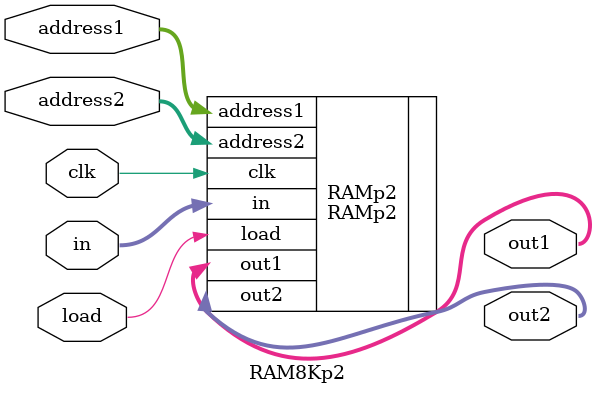
<source format=v>
module RAM8Kp2 (
  input wire clk, load,
  input wire [15:0] in,
  input wire [12:0] address1, address2,
  output wire [15:0] out1, out2
);

RAMp2 #(.width(16), .k(13)) RAMp2(
  .clk(clk),
  .load(load),
  .in(in),
  .address1(address1),
  .out1(out1),
  .address2(address2),
  .out2(out2)
);

endmodule

</source>
